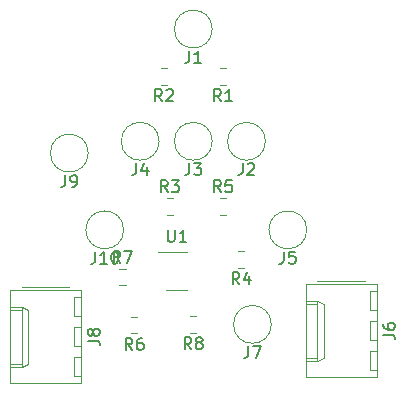
<source format=gbr>
%TF.GenerationSoftware,KiCad,Pcbnew,5.1.6-c6e7f7d~87~ubuntu18.04.1*%
%TF.CreationDate,2021-10-05T16:46:07+13:00*%
%TF.ProjectId,Temp-ctrl pot-ctrl add-on oct4,54656d70-2d63-4747-926c-20706f742d63,rev?*%
%TF.SameCoordinates,Original*%
%TF.FileFunction,Legend,Top*%
%TF.FilePolarity,Positive*%
%FSLAX46Y46*%
G04 Gerber Fmt 4.6, Leading zero omitted, Abs format (unit mm)*
G04 Created by KiCad (PCBNEW 5.1.6-c6e7f7d~87~ubuntu18.04.1) date 2021-10-05 16:46:07*
%MOMM*%
%LPD*%
G01*
G04 APERTURE LIST*
%ADD10C,0.120000*%
%ADD11C,0.150000*%
G04 APERTURE END LIST*
D10*
%TO.C,J1*%
X176600781Y-61000000D02*
G75*
G03*
X176600781Y-61000000I-1600781J0D01*
G01*
%TO.C,J2*%
X181100781Y-70500000D02*
G75*
G03*
X181100781Y-70500000I-1600781J0D01*
G01*
%TO.C,J3*%
X176600781Y-70500000D02*
G75*
G03*
X176600781Y-70500000I-1600781J0D01*
G01*
%TO.C,J4*%
X172100781Y-70500000D02*
G75*
G03*
X172100781Y-70500000I-1600781J0D01*
G01*
%TO.C,J5*%
X184600781Y-78000000D02*
G75*
G03*
X184600781Y-78000000I-1600781J0D01*
G01*
%TO.C,J6*%
X190530000Y-82620000D02*
X184510000Y-82620000D01*
X184510000Y-82620000D02*
X184510000Y-90460000D01*
X184510000Y-90460000D02*
X190530000Y-90460000D01*
X190530000Y-90460000D02*
X190530000Y-82620000D01*
X189500000Y-82330000D02*
X185500000Y-82330000D01*
X184510000Y-84000000D02*
X185510000Y-84000000D01*
X185510000Y-84000000D02*
X185510000Y-89080000D01*
X185510000Y-89080000D02*
X184510000Y-89080000D01*
X185510000Y-84000000D02*
X186040000Y-84250000D01*
X186040000Y-84250000D02*
X186040000Y-88830000D01*
X186040000Y-88830000D02*
X185510000Y-89080000D01*
X184510000Y-84250000D02*
X185510000Y-84250000D01*
X184510000Y-88830000D02*
X185510000Y-88830000D01*
X190530000Y-83200000D02*
X189930000Y-83200000D01*
X189930000Y-83200000D02*
X189930000Y-84800000D01*
X189930000Y-84800000D02*
X190530000Y-84800000D01*
X190530000Y-85740000D02*
X189930000Y-85740000D01*
X189930000Y-85740000D02*
X189930000Y-87340000D01*
X189930000Y-87340000D02*
X190530000Y-87340000D01*
X190530000Y-88280000D02*
X189930000Y-88280000D01*
X189930000Y-88280000D02*
X189930000Y-89880000D01*
X189930000Y-89880000D02*
X190530000Y-89880000D01*
%TO.C,J7*%
X181600781Y-86000000D02*
G75*
G03*
X181600781Y-86000000I-1600781J0D01*
G01*
%TO.C,J8*%
X164930000Y-90380000D02*
X165530000Y-90380000D01*
X164930000Y-88780000D02*
X164930000Y-90380000D01*
X165530000Y-88780000D02*
X164930000Y-88780000D01*
X164930000Y-87840000D02*
X165530000Y-87840000D01*
X164930000Y-86240000D02*
X164930000Y-87840000D01*
X165530000Y-86240000D02*
X164930000Y-86240000D01*
X164930000Y-85300000D02*
X165530000Y-85300000D01*
X164930000Y-83700000D02*
X164930000Y-85300000D01*
X165530000Y-83700000D02*
X164930000Y-83700000D01*
X159510000Y-89330000D02*
X160510000Y-89330000D01*
X159510000Y-84750000D02*
X160510000Y-84750000D01*
X161040000Y-89330000D02*
X160510000Y-89580000D01*
X161040000Y-84750000D02*
X161040000Y-89330000D01*
X160510000Y-84500000D02*
X161040000Y-84750000D01*
X160510000Y-89580000D02*
X159510000Y-89580000D01*
X160510000Y-84500000D02*
X160510000Y-89580000D01*
X159510000Y-84500000D02*
X160510000Y-84500000D01*
X164500000Y-82830000D02*
X160500000Y-82830000D01*
X165530000Y-90960000D02*
X165530000Y-83120000D01*
X159510000Y-90960000D02*
X165530000Y-90960000D01*
X159510000Y-83120000D02*
X159510000Y-90960000D01*
X165530000Y-83120000D02*
X159510000Y-83120000D01*
%TO.C,J9*%
X166100781Y-71500000D02*
G75*
G03*
X166100781Y-71500000I-1600781J0D01*
G01*
%TO.C,J10*%
X169100781Y-78000000D02*
G75*
G03*
X169100781Y-78000000I-1600781J0D01*
G01*
%TO.C,R1*%
X177758578Y-65710000D02*
X177241422Y-65710000D01*
X177758578Y-64290000D02*
X177241422Y-64290000D01*
%TO.C,R2*%
X172758578Y-64290000D02*
X172241422Y-64290000D01*
X172758578Y-65710000D02*
X172241422Y-65710000D01*
%TO.C,R3*%
X172741422Y-75290000D02*
X173258578Y-75290000D01*
X172741422Y-76710000D02*
X173258578Y-76710000D01*
%TO.C,R4*%
X179321078Y-79790000D02*
X178803922Y-79790000D01*
X179321078Y-81210000D02*
X178803922Y-81210000D01*
%TO.C,R5*%
X177241422Y-76710000D02*
X177758578Y-76710000D01*
X177241422Y-75290000D02*
X177758578Y-75290000D01*
%TO.C,R6*%
X170258578Y-86772500D02*
X169741422Y-86772500D01*
X170258578Y-85352500D02*
X169741422Y-85352500D01*
%TO.C,R7*%
X168741422Y-81290000D02*
X169258578Y-81290000D01*
X168741422Y-82710000D02*
X169258578Y-82710000D01*
%TO.C,R8*%
X175258578Y-85290000D02*
X174741422Y-85290000D01*
X175258578Y-86710000D02*
X174741422Y-86710000D01*
%TO.C,U1*%
X174500000Y-79840000D02*
X172050000Y-79840000D01*
X172700000Y-83060000D02*
X174500000Y-83060000D01*
%TO.C,J1*%
D11*
X174666666Y-62852380D02*
X174666666Y-63566666D01*
X174619047Y-63709523D01*
X174523809Y-63804761D01*
X174380952Y-63852380D01*
X174285714Y-63852380D01*
X175666666Y-63852380D02*
X175095238Y-63852380D01*
X175380952Y-63852380D02*
X175380952Y-62852380D01*
X175285714Y-62995238D01*
X175190476Y-63090476D01*
X175095238Y-63138095D01*
%TO.C,J2*%
X179166666Y-72352380D02*
X179166666Y-73066666D01*
X179119047Y-73209523D01*
X179023809Y-73304761D01*
X178880952Y-73352380D01*
X178785714Y-73352380D01*
X179595238Y-72447619D02*
X179642857Y-72400000D01*
X179738095Y-72352380D01*
X179976190Y-72352380D01*
X180071428Y-72400000D01*
X180119047Y-72447619D01*
X180166666Y-72542857D01*
X180166666Y-72638095D01*
X180119047Y-72780952D01*
X179547619Y-73352380D01*
X180166666Y-73352380D01*
%TO.C,J3*%
X174666666Y-72352380D02*
X174666666Y-73066666D01*
X174619047Y-73209523D01*
X174523809Y-73304761D01*
X174380952Y-73352380D01*
X174285714Y-73352380D01*
X175047619Y-72352380D02*
X175666666Y-72352380D01*
X175333333Y-72733333D01*
X175476190Y-72733333D01*
X175571428Y-72780952D01*
X175619047Y-72828571D01*
X175666666Y-72923809D01*
X175666666Y-73161904D01*
X175619047Y-73257142D01*
X175571428Y-73304761D01*
X175476190Y-73352380D01*
X175190476Y-73352380D01*
X175095238Y-73304761D01*
X175047619Y-73257142D01*
%TO.C,J4*%
X170166666Y-72352380D02*
X170166666Y-73066666D01*
X170119047Y-73209523D01*
X170023809Y-73304761D01*
X169880952Y-73352380D01*
X169785714Y-73352380D01*
X171071428Y-72685714D02*
X171071428Y-73352380D01*
X170833333Y-72304761D02*
X170595238Y-73019047D01*
X171214285Y-73019047D01*
%TO.C,J5*%
X182666666Y-79852380D02*
X182666666Y-80566666D01*
X182619047Y-80709523D01*
X182523809Y-80804761D01*
X182380952Y-80852380D01*
X182285714Y-80852380D01*
X183619047Y-79852380D02*
X183142857Y-79852380D01*
X183095238Y-80328571D01*
X183142857Y-80280952D01*
X183238095Y-80233333D01*
X183476190Y-80233333D01*
X183571428Y-80280952D01*
X183619047Y-80328571D01*
X183666666Y-80423809D01*
X183666666Y-80661904D01*
X183619047Y-80757142D01*
X183571428Y-80804761D01*
X183476190Y-80852380D01*
X183238095Y-80852380D01*
X183142857Y-80804761D01*
X183095238Y-80757142D01*
%TO.C,J6*%
X191072380Y-86873333D02*
X191786666Y-86873333D01*
X191929523Y-86920952D01*
X192024761Y-87016190D01*
X192072380Y-87159047D01*
X192072380Y-87254285D01*
X191072380Y-85968571D02*
X191072380Y-86159047D01*
X191120000Y-86254285D01*
X191167619Y-86301904D01*
X191310476Y-86397142D01*
X191500952Y-86444761D01*
X191881904Y-86444761D01*
X191977142Y-86397142D01*
X192024761Y-86349523D01*
X192072380Y-86254285D01*
X192072380Y-86063809D01*
X192024761Y-85968571D01*
X191977142Y-85920952D01*
X191881904Y-85873333D01*
X191643809Y-85873333D01*
X191548571Y-85920952D01*
X191500952Y-85968571D01*
X191453333Y-86063809D01*
X191453333Y-86254285D01*
X191500952Y-86349523D01*
X191548571Y-86397142D01*
X191643809Y-86444761D01*
%TO.C,J7*%
X179666666Y-87852380D02*
X179666666Y-88566666D01*
X179619047Y-88709523D01*
X179523809Y-88804761D01*
X179380952Y-88852380D01*
X179285714Y-88852380D01*
X180047619Y-87852380D02*
X180714285Y-87852380D01*
X180285714Y-88852380D01*
%TO.C,J8*%
X166072380Y-87373333D02*
X166786666Y-87373333D01*
X166929523Y-87420952D01*
X167024761Y-87516190D01*
X167072380Y-87659047D01*
X167072380Y-87754285D01*
X166500952Y-86754285D02*
X166453333Y-86849523D01*
X166405714Y-86897142D01*
X166310476Y-86944761D01*
X166262857Y-86944761D01*
X166167619Y-86897142D01*
X166120000Y-86849523D01*
X166072380Y-86754285D01*
X166072380Y-86563809D01*
X166120000Y-86468571D01*
X166167619Y-86420952D01*
X166262857Y-86373333D01*
X166310476Y-86373333D01*
X166405714Y-86420952D01*
X166453333Y-86468571D01*
X166500952Y-86563809D01*
X166500952Y-86754285D01*
X166548571Y-86849523D01*
X166596190Y-86897142D01*
X166691428Y-86944761D01*
X166881904Y-86944761D01*
X166977142Y-86897142D01*
X167024761Y-86849523D01*
X167072380Y-86754285D01*
X167072380Y-86563809D01*
X167024761Y-86468571D01*
X166977142Y-86420952D01*
X166881904Y-86373333D01*
X166691428Y-86373333D01*
X166596190Y-86420952D01*
X166548571Y-86468571D01*
X166500952Y-86563809D01*
%TO.C,J9*%
X164166666Y-73352380D02*
X164166666Y-74066666D01*
X164119047Y-74209523D01*
X164023809Y-74304761D01*
X163880952Y-74352380D01*
X163785714Y-74352380D01*
X164690476Y-74352380D02*
X164880952Y-74352380D01*
X164976190Y-74304761D01*
X165023809Y-74257142D01*
X165119047Y-74114285D01*
X165166666Y-73923809D01*
X165166666Y-73542857D01*
X165119047Y-73447619D01*
X165071428Y-73400000D01*
X164976190Y-73352380D01*
X164785714Y-73352380D01*
X164690476Y-73400000D01*
X164642857Y-73447619D01*
X164595238Y-73542857D01*
X164595238Y-73780952D01*
X164642857Y-73876190D01*
X164690476Y-73923809D01*
X164785714Y-73971428D01*
X164976190Y-73971428D01*
X165071428Y-73923809D01*
X165119047Y-73876190D01*
X165166666Y-73780952D01*
%TO.C,J10*%
X166690476Y-79852380D02*
X166690476Y-80566666D01*
X166642857Y-80709523D01*
X166547619Y-80804761D01*
X166404761Y-80852380D01*
X166309523Y-80852380D01*
X167690476Y-80852380D02*
X167119047Y-80852380D01*
X167404761Y-80852380D02*
X167404761Y-79852380D01*
X167309523Y-79995238D01*
X167214285Y-80090476D01*
X167119047Y-80138095D01*
X168309523Y-79852380D02*
X168404761Y-79852380D01*
X168500000Y-79900000D01*
X168547619Y-79947619D01*
X168595238Y-80042857D01*
X168642857Y-80233333D01*
X168642857Y-80471428D01*
X168595238Y-80661904D01*
X168547619Y-80757142D01*
X168500000Y-80804761D01*
X168404761Y-80852380D01*
X168309523Y-80852380D01*
X168214285Y-80804761D01*
X168166666Y-80757142D01*
X168119047Y-80661904D01*
X168071428Y-80471428D01*
X168071428Y-80233333D01*
X168119047Y-80042857D01*
X168166666Y-79947619D01*
X168214285Y-79900000D01*
X168309523Y-79852380D01*
%TO.C,R1*%
X177333333Y-67102380D02*
X177000000Y-66626190D01*
X176761904Y-67102380D02*
X176761904Y-66102380D01*
X177142857Y-66102380D01*
X177238095Y-66150000D01*
X177285714Y-66197619D01*
X177333333Y-66292857D01*
X177333333Y-66435714D01*
X177285714Y-66530952D01*
X177238095Y-66578571D01*
X177142857Y-66626190D01*
X176761904Y-66626190D01*
X178285714Y-67102380D02*
X177714285Y-67102380D01*
X178000000Y-67102380D02*
X178000000Y-66102380D01*
X177904761Y-66245238D01*
X177809523Y-66340476D01*
X177714285Y-66388095D01*
%TO.C,R2*%
X172333333Y-67102380D02*
X172000000Y-66626190D01*
X171761904Y-67102380D02*
X171761904Y-66102380D01*
X172142857Y-66102380D01*
X172238095Y-66150000D01*
X172285714Y-66197619D01*
X172333333Y-66292857D01*
X172333333Y-66435714D01*
X172285714Y-66530952D01*
X172238095Y-66578571D01*
X172142857Y-66626190D01*
X171761904Y-66626190D01*
X172714285Y-66197619D02*
X172761904Y-66150000D01*
X172857142Y-66102380D01*
X173095238Y-66102380D01*
X173190476Y-66150000D01*
X173238095Y-66197619D01*
X173285714Y-66292857D01*
X173285714Y-66388095D01*
X173238095Y-66530952D01*
X172666666Y-67102380D01*
X173285714Y-67102380D01*
%TO.C,R3*%
X172833333Y-74802380D02*
X172500000Y-74326190D01*
X172261904Y-74802380D02*
X172261904Y-73802380D01*
X172642857Y-73802380D01*
X172738095Y-73850000D01*
X172785714Y-73897619D01*
X172833333Y-73992857D01*
X172833333Y-74135714D01*
X172785714Y-74230952D01*
X172738095Y-74278571D01*
X172642857Y-74326190D01*
X172261904Y-74326190D01*
X173166666Y-73802380D02*
X173785714Y-73802380D01*
X173452380Y-74183333D01*
X173595238Y-74183333D01*
X173690476Y-74230952D01*
X173738095Y-74278571D01*
X173785714Y-74373809D01*
X173785714Y-74611904D01*
X173738095Y-74707142D01*
X173690476Y-74754761D01*
X173595238Y-74802380D01*
X173309523Y-74802380D01*
X173214285Y-74754761D01*
X173166666Y-74707142D01*
%TO.C,R4*%
X178895833Y-82602380D02*
X178562500Y-82126190D01*
X178324404Y-82602380D02*
X178324404Y-81602380D01*
X178705357Y-81602380D01*
X178800595Y-81650000D01*
X178848214Y-81697619D01*
X178895833Y-81792857D01*
X178895833Y-81935714D01*
X178848214Y-82030952D01*
X178800595Y-82078571D01*
X178705357Y-82126190D01*
X178324404Y-82126190D01*
X179752976Y-81935714D02*
X179752976Y-82602380D01*
X179514880Y-81554761D02*
X179276785Y-82269047D01*
X179895833Y-82269047D01*
%TO.C,R5*%
X177333333Y-74802380D02*
X177000000Y-74326190D01*
X176761904Y-74802380D02*
X176761904Y-73802380D01*
X177142857Y-73802380D01*
X177238095Y-73850000D01*
X177285714Y-73897619D01*
X177333333Y-73992857D01*
X177333333Y-74135714D01*
X177285714Y-74230952D01*
X177238095Y-74278571D01*
X177142857Y-74326190D01*
X176761904Y-74326190D01*
X178238095Y-73802380D02*
X177761904Y-73802380D01*
X177714285Y-74278571D01*
X177761904Y-74230952D01*
X177857142Y-74183333D01*
X178095238Y-74183333D01*
X178190476Y-74230952D01*
X178238095Y-74278571D01*
X178285714Y-74373809D01*
X178285714Y-74611904D01*
X178238095Y-74707142D01*
X178190476Y-74754761D01*
X178095238Y-74802380D01*
X177857142Y-74802380D01*
X177761904Y-74754761D01*
X177714285Y-74707142D01*
%TO.C,R6*%
X169833333Y-88164880D02*
X169500000Y-87688690D01*
X169261904Y-88164880D02*
X169261904Y-87164880D01*
X169642857Y-87164880D01*
X169738095Y-87212500D01*
X169785714Y-87260119D01*
X169833333Y-87355357D01*
X169833333Y-87498214D01*
X169785714Y-87593452D01*
X169738095Y-87641071D01*
X169642857Y-87688690D01*
X169261904Y-87688690D01*
X170690476Y-87164880D02*
X170500000Y-87164880D01*
X170404761Y-87212500D01*
X170357142Y-87260119D01*
X170261904Y-87402976D01*
X170214285Y-87593452D01*
X170214285Y-87974404D01*
X170261904Y-88069642D01*
X170309523Y-88117261D01*
X170404761Y-88164880D01*
X170595238Y-88164880D01*
X170690476Y-88117261D01*
X170738095Y-88069642D01*
X170785714Y-87974404D01*
X170785714Y-87736309D01*
X170738095Y-87641071D01*
X170690476Y-87593452D01*
X170595238Y-87545833D01*
X170404761Y-87545833D01*
X170309523Y-87593452D01*
X170261904Y-87641071D01*
X170214285Y-87736309D01*
%TO.C,R7*%
X168833333Y-80802380D02*
X168500000Y-80326190D01*
X168261904Y-80802380D02*
X168261904Y-79802380D01*
X168642857Y-79802380D01*
X168738095Y-79850000D01*
X168785714Y-79897619D01*
X168833333Y-79992857D01*
X168833333Y-80135714D01*
X168785714Y-80230952D01*
X168738095Y-80278571D01*
X168642857Y-80326190D01*
X168261904Y-80326190D01*
X169166666Y-79802380D02*
X169833333Y-79802380D01*
X169404761Y-80802380D01*
%TO.C,R8*%
X174833333Y-88102380D02*
X174500000Y-87626190D01*
X174261904Y-88102380D02*
X174261904Y-87102380D01*
X174642857Y-87102380D01*
X174738095Y-87150000D01*
X174785714Y-87197619D01*
X174833333Y-87292857D01*
X174833333Y-87435714D01*
X174785714Y-87530952D01*
X174738095Y-87578571D01*
X174642857Y-87626190D01*
X174261904Y-87626190D01*
X175404761Y-87530952D02*
X175309523Y-87483333D01*
X175261904Y-87435714D01*
X175214285Y-87340476D01*
X175214285Y-87292857D01*
X175261904Y-87197619D01*
X175309523Y-87150000D01*
X175404761Y-87102380D01*
X175595238Y-87102380D01*
X175690476Y-87150000D01*
X175738095Y-87197619D01*
X175785714Y-87292857D01*
X175785714Y-87340476D01*
X175738095Y-87435714D01*
X175690476Y-87483333D01*
X175595238Y-87530952D01*
X175404761Y-87530952D01*
X175309523Y-87578571D01*
X175261904Y-87626190D01*
X175214285Y-87721428D01*
X175214285Y-87911904D01*
X175261904Y-88007142D01*
X175309523Y-88054761D01*
X175404761Y-88102380D01*
X175595238Y-88102380D01*
X175690476Y-88054761D01*
X175738095Y-88007142D01*
X175785714Y-87911904D01*
X175785714Y-87721428D01*
X175738095Y-87626190D01*
X175690476Y-87578571D01*
X175595238Y-87530952D01*
%TO.C,U1*%
X172838095Y-78002380D02*
X172838095Y-78811904D01*
X172885714Y-78907142D01*
X172933333Y-78954761D01*
X173028571Y-79002380D01*
X173219047Y-79002380D01*
X173314285Y-78954761D01*
X173361904Y-78907142D01*
X173409523Y-78811904D01*
X173409523Y-78002380D01*
X174409523Y-79002380D02*
X173838095Y-79002380D01*
X174123809Y-79002380D02*
X174123809Y-78002380D01*
X174028571Y-78145238D01*
X173933333Y-78240476D01*
X173838095Y-78288095D01*
%TD*%
M02*

</source>
